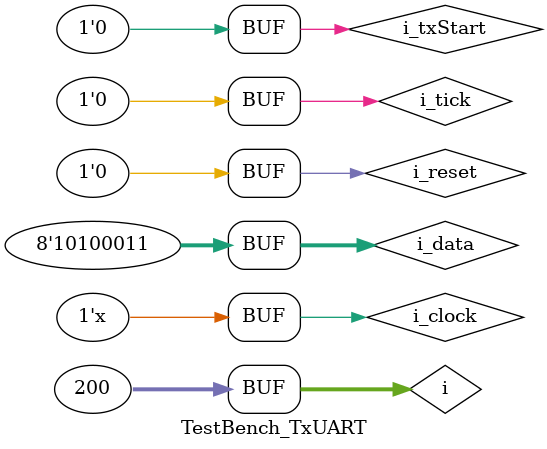
<source format=v>
`timescale 1ns / 1ps
`define BAUD_RATE                9600            // Baud rate a generar.             
`define CLOCK_FREQUENCY_MHZ      100.0           // Frecuencia del clock en MHZ.

`define DATA_LENGTH 8

`define DELAY_TIME 120

module TestBench_TxUART(

    );
    
    localparam DELAY_TIME = `DELAY_TIME;
    
    reg i_clock;
    reg i_reset;
    reg i_tick;
    reg i_txStart;
    reg [8-1:0]i_data;
    
    wire o_doneTick;
    wire o_txData;

    TxUART#()
    u_TxUART(
        .i_clock(i_clock),
        .i_reset(i_reset),
        .i_tick(i_tick),
        .i_txStart(i_txStart),
        .i_data(i_data),
        .o_doneTick(o_doneTick),
        .o_txData(o_txData)
    );
    
    integer i;
    initial begin
        #2500
        i_txStart=0;
		i_clock = 1'b0;
		i_tick = 1;
		i_reset = 1'b1; // Reset en 0. (Normal cerrado el boton del reset).
		
		#DELAY_TIME i_reset = 1'b0; // Desactivo la accion del reset.
		i_tick = 0;
		
		// Test 1: Prueba reset.
		#10000 i_reset = 1'b1; // Reset.
		i_tick = 0;
		#DELAY_TIME i_reset = 1'b0; // Desactivo el reset.
		i_data=8'b10100011;
		i_txStart=1;
		i_tick=1;
		#DELAY_TIME
		i_txStart=0;
		i_tick=0;
		 for (i = 0; i < 200; i = i + 1) begin
            #DELAY_TIME i_tick=1;
            #DELAY_TIME i_tick=0;
        end
        #8000
        i_tick = 0;
        i_txStart=0;
        #1000
        i_tick = 0;
        #1000
		#DELAY_TIME i_reset = 1'b0; // Desactivo el reset.
		i_data=8'b10100011;
		i_txStart=1;
		i_tick=1;
		#DELAY_TIME
		i_txStart=0;
		i_tick=0;
		 for (i = 0; i < 200; i = i + 1) begin
            #DELAY_TIME i_tick=1;
            #DELAY_TIME i_tick=0;
        end
		
    
    end
    always #2.5 i_clock=~i_clock;
endmodule

</source>
